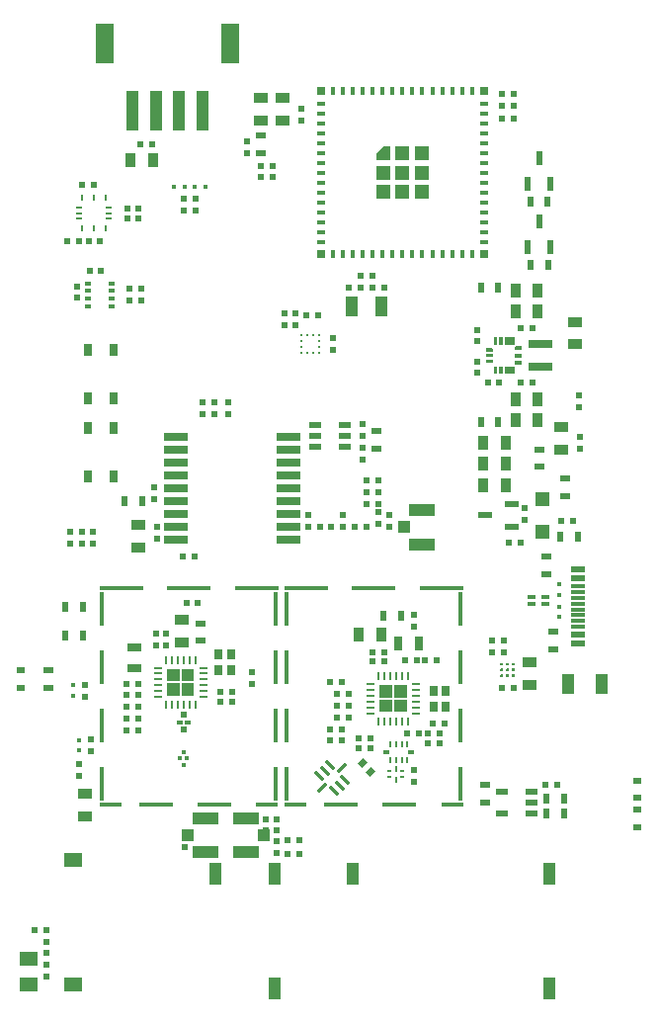
<source format=gtp>
G04*
G04 #@! TF.GenerationSoftware,Altium Limited,Altium Designer,21.9.2 (33)*
G04*
G04 Layer_Color=8421504*
%FSLAX44Y44*%
%MOMM*%
G71*
G04*
G04 #@! TF.SameCoordinates,C1FE3FC6-A359-41CC-B4F4-00F3ECA3B637*
G04*
G04*
G04 #@! TF.FilePolarity,Positive*
G04*
G01*
G75*
%ADD21R,0.2500X0.5000*%
%ADD22R,0.5000X0.2500*%
%ADD23R,1.0000X1.8000*%
%ADD24R,1.0000X1.9500*%
%ADD25R,1.5000X1.2000*%
%ADD26R,1.1500X0.3000*%
%ADD27R,1.1500X0.6000*%
%ADD28R,0.6500X1.0500*%
%ADD29R,0.6000X0.5000*%
%ADD30R,1.0000X0.6000*%
%ADD31R,0.4000X0.3000*%
%ADD32R,1.2000X1.2000*%
%ADD33R,1.2000X1.2000*%
%ADD34R,2.0000X0.7000*%
%ADD35R,1.9000X0.4000*%
%ADD36R,2.9000X0.4000*%
%ADD37R,3.7000X0.4000*%
%ADD38R,0.4000X2.9000*%
%ADD39R,1.3000X0.9000*%
%ADD40R,0.9000X0.5000*%
%ADD41R,0.5000X0.6000*%
%ADD42O,0.8000X0.2500*%
%ADD43O,0.2500X0.8000*%
%ADD44R,0.4000X0.2000*%
%ADD45R,0.2000X0.6000*%
%ADD46R,0.7500X0.8500*%
G04:AMPARAMS|DCode=47|XSize=0.35mm|YSize=1mm|CornerRadius=0mm|HoleSize=0mm|Usage=FLASHONLY|Rotation=225.000|XOffset=0mm|YOffset=0mm|HoleType=Round|Shape=Rectangle|*
%AMROTATEDRECTD47*
4,1,4,-0.2298,0.4773,0.4773,-0.2298,0.2298,-0.4773,-0.4773,0.2298,-0.2298,0.4773,0.0*
%
%ADD47ROTATEDRECTD47*%

G04:AMPARAMS|DCode=48|XSize=0.35mm|YSize=1mm|CornerRadius=0mm|HoleSize=0mm|Usage=FLASHONLY|Rotation=315.000|XOffset=0mm|YOffset=0mm|HoleType=Round|Shape=Rectangle|*
%AMROTATEDRECTD48*
4,1,4,-0.4773,-0.2298,0.2298,0.4773,0.4773,0.2298,-0.2298,-0.4773,-0.4773,-0.2298,0.0*
%
%ADD48ROTATEDRECTD48*%

%ADD49R,0.5000X0.3500*%
%ADD50R,0.2750X0.2500*%
%ADD51R,0.2500X0.2750*%
%ADD52R,0.8000X0.5000*%
%ADD53R,2.0000X0.8000*%
%ADD54R,0.8000X1.2000*%
%ADD55R,0.6000X0.9000*%
%ADD56R,0.3000X0.4500*%
%ADD57R,0.4500X0.3000*%
%ADD58R,0.5500X0.5500*%
%ADD59R,0.5000X0.3000*%
%ADD60R,1.0000X3.5000*%
%ADD61R,1.5000X3.4000*%
%ADD62R,0.2500X0.5000*%
%ADD63R,0.6000X0.3000*%
%ADD64R,0.5000X0.5000*%
%ADD65R,0.8000X0.8000*%
%ADD66R,0.8000X0.4000*%
%ADD67R,0.4000X0.8000*%
%ADD68R,0.7000X0.3000*%
%ADD69R,2.2000X1.0500*%
%ADD70R,1.0500X1.0000*%
%ADD71R,0.9000X1.3000*%
%ADD72C,0.0254*%
%ADD73R,0.3000X0.4000*%
%ADD74R,0.5000X0.9000*%
%ADD75R,0.9000X0.6000*%
%ADD76R,0.6000X1.1500*%
%ADD77R,1.2000X0.8000*%
G04:AMPARAMS|DCode=78|XSize=0.5mm|YSize=0.6mm|CornerRadius=0mm|HoleSize=0mm|Usage=FLASHONLY|Rotation=135.000|XOffset=0mm|YOffset=0mm|HoleType=Round|Shape=Rectangle|*
%AMROTATEDRECTD78*
4,1,4,0.3889,0.0354,-0.0354,-0.3889,-0.3889,-0.0354,0.0354,0.3889,0.3889,0.0354,0.0*
%
%ADD78ROTATEDRECTD78*%

G36*
X57000Y321000D02*
X45000D01*
X45000Y327000D01*
X51000Y333000D01*
X57000D01*
Y321000D01*
D02*
G37*
G36*
X163500Y163830D02*
X162490Y163250D01*
X155500D01*
Y169500D01*
X163500D01*
Y163830D01*
D02*
G37*
G36*
X153500Y163250D02*
X150500D01*
Y169500D01*
X153500D01*
Y163250D01*
D02*
G37*
G36*
X148500D02*
X145500D01*
Y169500D01*
X148500D01*
Y163250D01*
D02*
G37*
G36*
X170000Y158750D02*
X163750D01*
Y161670D01*
X164760Y162250D01*
X170000D01*
Y158750D01*
D02*
G37*
G36*
X145250Y159150D02*
Y157500D01*
X139000D01*
Y160500D01*
X143900D01*
X145250Y159150D01*
D02*
G37*
G36*
Y152500D02*
X139000D01*
Y155500D01*
X145250D01*
Y152500D01*
D02*
G37*
G36*
X170000Y152250D02*
X163750D01*
Y155750D01*
X170000D01*
Y152250D01*
D02*
G37*
G36*
X145250Y147500D02*
X139000D01*
Y150500D01*
X145250D01*
Y147500D01*
D02*
G37*
G36*
X170000Y145750D02*
X164760D01*
X163750Y146330D01*
Y149250D01*
X170000D01*
Y145750D01*
D02*
G37*
G36*
X163500Y144170D02*
Y138500D01*
X155500D01*
Y144750D01*
X162490D01*
X163500Y144170D01*
D02*
G37*
G36*
X153500Y138500D02*
X150500D01*
Y144750D01*
X153500D01*
Y138500D01*
D02*
G37*
G36*
X148500D02*
X145500D01*
Y144750D01*
X148500D01*
Y138500D01*
D02*
G37*
G36*
X163316Y-109211D02*
X163342Y-109213D01*
X163368Y-109216D01*
X163394Y-109221D01*
X163419Y-109227D01*
X163445Y-109234D01*
X163469Y-109243D01*
X163493Y-109253D01*
X163517Y-109264D01*
X163540Y-109277D01*
X163562Y-109291D01*
X163584Y-109305D01*
X163605Y-109321D01*
X163625Y-109338D01*
X163644Y-109356D01*
X163662Y-109375D01*
X163679Y-109395D01*
X163695Y-109416D01*
X163709Y-109438D01*
X163723Y-109460D01*
X163736Y-109483D01*
X163747Y-109507D01*
X163757Y-109531D01*
X163766Y-109555D01*
X163773Y-109580D01*
X163779Y-109606D01*
X163784Y-109632D01*
X163787Y-109658D01*
X163789Y-109684D01*
X163790Y-109710D01*
Y-111210D01*
X163789Y-111236D01*
X163787Y-111262D01*
X163784Y-111288D01*
X163779Y-111314D01*
X163773Y-111339D01*
X163766Y-111364D01*
X163757Y-111389D01*
X163747Y-111413D01*
X163736Y-111437D01*
X163723Y-111460D01*
X163709Y-111482D01*
X163695Y-111504D01*
X163679Y-111524D01*
X163662Y-111545D01*
X163644Y-111564D01*
X163625Y-111581D01*
X163605Y-111599D01*
X163584Y-111614D01*
X163562Y-111629D01*
X163540Y-111643D01*
X163517Y-111655D01*
X163493Y-111667D01*
X163469Y-111677D01*
X163445Y-111685D01*
X163419Y-111693D01*
X163394Y-111699D01*
X163368Y-111704D01*
X163342Y-111707D01*
X163316Y-111709D01*
X163290Y-111710D01*
X161790D01*
X161764Y-111709D01*
X161738Y-111707D01*
X161712Y-111704D01*
X161686Y-111699D01*
X161661Y-111693D01*
X161636Y-111685D01*
X161611Y-111677D01*
X161587Y-111667D01*
X161563Y-111655D01*
X161540Y-111643D01*
X161518Y-111629D01*
X161496Y-111614D01*
X161475Y-111599D01*
X161455Y-111581D01*
X161437Y-111564D01*
X161418Y-111545D01*
X161402Y-111524D01*
X161386Y-111504D01*
X161371Y-111482D01*
X161357Y-111460D01*
X161345Y-111437D01*
X161333Y-111413D01*
X161323Y-111389D01*
X161315Y-111364D01*
X161307Y-111339D01*
X161301Y-111314D01*
X161296Y-111288D01*
X161293Y-111262D01*
X161291Y-111236D01*
X161290Y-111210D01*
Y-109710D01*
X161291Y-109684D01*
X161293Y-109658D01*
X161296Y-109632D01*
X161301Y-109606D01*
X161307Y-109580D01*
X161315Y-109555D01*
X161323Y-109531D01*
X161333Y-109507D01*
X161345Y-109483D01*
X161357Y-109460D01*
X161371Y-109438D01*
X161386Y-109416D01*
X161402Y-109395D01*
X161418Y-109375D01*
X161437Y-109356D01*
X161455Y-109338D01*
X161475Y-109321D01*
X161496Y-109305D01*
X161518Y-109291D01*
X161540Y-109277D01*
X161563Y-109264D01*
X161587Y-109253D01*
X161611Y-109243D01*
X161636Y-109234D01*
X161661Y-109227D01*
X161686Y-109221D01*
X161712Y-109216D01*
X161738Y-109213D01*
X161764Y-109211D01*
X161790Y-109210D01*
X163290D01*
X163316Y-109211D01*
D02*
G37*
G36*
X158316D02*
X158342Y-109213D01*
X158368Y-109216D01*
X158394Y-109221D01*
X158420Y-109227D01*
X158445Y-109234D01*
X158469Y-109243D01*
X158493Y-109253D01*
X158517Y-109264D01*
X158540Y-109277D01*
X158562Y-109291D01*
X158584Y-109305D01*
X158605Y-109321D01*
X158625Y-109338D01*
X158644Y-109356D01*
X158662Y-109375D01*
X158679Y-109395D01*
X158695Y-109416D01*
X158709Y-109438D01*
X158723Y-109460D01*
X158736Y-109483D01*
X158747Y-109507D01*
X158757Y-109531D01*
X158766Y-109555D01*
X158773Y-109580D01*
X158779Y-109606D01*
X158784Y-109632D01*
X158787Y-109658D01*
X158789Y-109684D01*
X158790Y-109710D01*
Y-111210D01*
X158789Y-111236D01*
X158787Y-111262D01*
X158784Y-111288D01*
X158779Y-111314D01*
X158773Y-111339D01*
X158766Y-111364D01*
X158757Y-111389D01*
X158747Y-111413D01*
X158736Y-111437D01*
X158723Y-111460D01*
X158709Y-111482D01*
X158695Y-111504D01*
X158679Y-111524D01*
X158662Y-111545D01*
X158644Y-111564D01*
X158625Y-111581D01*
X158605Y-111599D01*
X158584Y-111614D01*
X158562Y-111629D01*
X158540Y-111643D01*
X158517Y-111655D01*
X158493Y-111667D01*
X158469Y-111677D01*
X158445Y-111685D01*
X158420Y-111693D01*
X158394Y-111699D01*
X158368Y-111704D01*
X158342Y-111707D01*
X158316Y-111709D01*
X158290Y-111710D01*
X156790D01*
X156764Y-111709D01*
X156738Y-111707D01*
X156712Y-111704D01*
X156686Y-111699D01*
X156661Y-111693D01*
X156636Y-111685D01*
X156611Y-111677D01*
X156587Y-111667D01*
X156563Y-111655D01*
X156540Y-111643D01*
X156518Y-111629D01*
X156496Y-111614D01*
X156475Y-111599D01*
X156455Y-111581D01*
X156437Y-111564D01*
X156419Y-111545D01*
X156402Y-111524D01*
X156386Y-111504D01*
X156371Y-111482D01*
X156357Y-111460D01*
X156345Y-111437D01*
X156333Y-111413D01*
X156323Y-111389D01*
X156315Y-111364D01*
X156307Y-111339D01*
X156301Y-111314D01*
X156296Y-111288D01*
X156293Y-111262D01*
X156291Y-111236D01*
X156290Y-111210D01*
Y-109710D01*
X156291Y-109684D01*
X156293Y-109658D01*
X156296Y-109632D01*
X156301Y-109606D01*
X156307Y-109580D01*
X156315Y-109555D01*
X156323Y-109531D01*
X156333Y-109507D01*
X156345Y-109483D01*
X156357Y-109460D01*
X156371Y-109438D01*
X156386Y-109416D01*
X156402Y-109395D01*
X156419Y-109375D01*
X156437Y-109356D01*
X156455Y-109338D01*
X156475Y-109321D01*
X156496Y-109305D01*
X156518Y-109291D01*
X156540Y-109277D01*
X156563Y-109264D01*
X156587Y-109253D01*
X156611Y-109243D01*
X156636Y-109234D01*
X156661Y-109227D01*
X156686Y-109221D01*
X156712Y-109216D01*
X156738Y-109213D01*
X156764Y-109211D01*
X156790Y-109210D01*
X158290D01*
X158316Y-109211D01*
D02*
G37*
G36*
X153316D02*
X153342Y-109213D01*
X153368Y-109216D01*
X153394Y-109221D01*
X153420Y-109227D01*
X153445Y-109234D01*
X153469Y-109243D01*
X153493Y-109253D01*
X153517Y-109264D01*
X153540Y-109277D01*
X153562Y-109291D01*
X153584Y-109305D01*
X153605Y-109321D01*
X153625Y-109338D01*
X153644Y-109356D01*
X153662Y-109375D01*
X153679Y-109395D01*
X153695Y-109416D01*
X153709Y-109438D01*
X153723Y-109460D01*
X153736Y-109483D01*
X153747Y-109507D01*
X153757Y-109531D01*
X153766Y-109555D01*
X153773Y-109580D01*
X153779Y-109606D01*
X153784Y-109632D01*
X153787Y-109658D01*
X153789Y-109684D01*
X153790Y-109710D01*
Y-111210D01*
X153789Y-111236D01*
X153787Y-111262D01*
X153784Y-111288D01*
X153779Y-111314D01*
X153773Y-111339D01*
X153766Y-111364D01*
X153757Y-111389D01*
X153747Y-111413D01*
X153736Y-111437D01*
X153723Y-111460D01*
X153709Y-111482D01*
X153695Y-111504D01*
X153679Y-111524D01*
X153662Y-111545D01*
X153644Y-111564D01*
X153625Y-111581D01*
X153605Y-111599D01*
X153584Y-111614D01*
X153562Y-111629D01*
X153540Y-111643D01*
X153517Y-111655D01*
X153493Y-111667D01*
X153469Y-111677D01*
X153445Y-111685D01*
X153420Y-111693D01*
X153394Y-111699D01*
X153368Y-111704D01*
X153342Y-111707D01*
X153316Y-111709D01*
X153290Y-111710D01*
X151790D01*
X151764Y-111709D01*
X151738Y-111707D01*
X151712Y-111704D01*
X151686Y-111699D01*
X151661Y-111693D01*
X151636Y-111685D01*
X151611Y-111677D01*
X151587Y-111667D01*
X151563Y-111655D01*
X151540Y-111643D01*
X151518Y-111629D01*
X151496Y-111614D01*
X151475Y-111599D01*
X151455Y-111581D01*
X151437Y-111564D01*
X151419Y-111545D01*
X151402Y-111524D01*
X151386Y-111504D01*
X151371Y-111482D01*
X151357Y-111460D01*
X151345Y-111437D01*
X151333Y-111413D01*
X151323Y-111389D01*
X151315Y-111364D01*
X151307Y-111339D01*
X151301Y-111314D01*
X151296Y-111288D01*
X151293Y-111262D01*
X151291Y-111236D01*
X151290Y-111210D01*
Y-109710D01*
X151291Y-109684D01*
X151293Y-109658D01*
X151296Y-109632D01*
X151301Y-109606D01*
X151307Y-109580D01*
X151315Y-109555D01*
X151323Y-109531D01*
X151333Y-109507D01*
X151345Y-109483D01*
X151357Y-109460D01*
X151371Y-109438D01*
X151386Y-109416D01*
X151402Y-109395D01*
X151419Y-109375D01*
X151437Y-109356D01*
X151455Y-109338D01*
X151475Y-109321D01*
X151496Y-109305D01*
X151518Y-109291D01*
X151540Y-109277D01*
X151563Y-109264D01*
X151587Y-109253D01*
X151611Y-109243D01*
X151636Y-109234D01*
X151661Y-109227D01*
X151686Y-109221D01*
X151712Y-109216D01*
X151738Y-109213D01*
X151764Y-109211D01*
X151790Y-109210D01*
X153290D01*
X153316Y-109211D01*
D02*
G37*
G36*
X163316Y-114211D02*
X163342Y-114213D01*
X163368Y-114216D01*
X163394Y-114221D01*
X163419Y-114227D01*
X163445Y-114234D01*
X163469Y-114243D01*
X163493Y-114253D01*
X163517Y-114264D01*
X163540Y-114277D01*
X163562Y-114291D01*
X163584Y-114305D01*
X163605Y-114321D01*
X163625Y-114338D01*
X163644Y-114356D01*
X163662Y-114375D01*
X163679Y-114395D01*
X163695Y-114416D01*
X163709Y-114438D01*
X163723Y-114460D01*
X163736Y-114483D01*
X163747Y-114507D01*
X163757Y-114531D01*
X163766Y-114555D01*
X163773Y-114580D01*
X163779Y-114606D01*
X163784Y-114632D01*
X163787Y-114658D01*
X163789Y-114684D01*
X163790Y-114710D01*
Y-116210D01*
X163789Y-116236D01*
X163787Y-116262D01*
X163784Y-116288D01*
X163779Y-116314D01*
X163773Y-116339D01*
X163766Y-116364D01*
X163757Y-116389D01*
X163747Y-116413D01*
X163736Y-116437D01*
X163723Y-116460D01*
X163709Y-116482D01*
X163695Y-116504D01*
X163679Y-116525D01*
X163662Y-116544D01*
X163644Y-116563D01*
X163625Y-116581D01*
X163605Y-116599D01*
X163584Y-116614D01*
X163562Y-116629D01*
X163540Y-116643D01*
X163517Y-116655D01*
X163493Y-116667D01*
X163469Y-116677D01*
X163445Y-116685D01*
X163419Y-116693D01*
X163394Y-116699D01*
X163368Y-116704D01*
X163342Y-116707D01*
X163316Y-116709D01*
X163290Y-116710D01*
X161790D01*
X161764Y-116709D01*
X161738Y-116707D01*
X161712Y-116704D01*
X161686Y-116699D01*
X161661Y-116693D01*
X161636Y-116685D01*
X161611Y-116677D01*
X161587Y-116667D01*
X161563Y-116655D01*
X161540Y-116643D01*
X161518Y-116629D01*
X161496Y-116614D01*
X161475Y-116599D01*
X161455Y-116581D01*
X161437Y-116563D01*
X161418Y-116544D01*
X161402Y-116525D01*
X161386Y-116504D01*
X161371Y-116482D01*
X161357Y-116460D01*
X161345Y-116437D01*
X161333Y-116413D01*
X161323Y-116389D01*
X161315Y-116364D01*
X161307Y-116339D01*
X161301Y-116314D01*
X161296Y-116288D01*
X161293Y-116262D01*
X161291Y-116236D01*
X161290Y-116210D01*
Y-114710D01*
X161291Y-114684D01*
X161293Y-114658D01*
X161296Y-114632D01*
X161301Y-114606D01*
X161307Y-114580D01*
X161315Y-114555D01*
X161323Y-114531D01*
X161333Y-114507D01*
X161345Y-114483D01*
X161357Y-114460D01*
X161371Y-114438D01*
X161386Y-114416D01*
X161402Y-114395D01*
X161418Y-114375D01*
X161437Y-114356D01*
X161455Y-114338D01*
X161475Y-114321D01*
X161496Y-114305D01*
X161518Y-114291D01*
X161540Y-114277D01*
X161563Y-114264D01*
X161587Y-114253D01*
X161611Y-114243D01*
X161636Y-114234D01*
X161661Y-114227D01*
X161686Y-114221D01*
X161712Y-114216D01*
X161738Y-114213D01*
X161764Y-114211D01*
X161790Y-114210D01*
X163290D01*
X163316Y-114211D01*
D02*
G37*
G36*
X158316D02*
X158342Y-114213D01*
X158368Y-114216D01*
X158394Y-114221D01*
X158420Y-114227D01*
X158445Y-114234D01*
X158469Y-114243D01*
X158493Y-114253D01*
X158517Y-114264D01*
X158540Y-114277D01*
X158562Y-114291D01*
X158584Y-114305D01*
X158605Y-114321D01*
X158625Y-114338D01*
X158644Y-114356D01*
X158662Y-114375D01*
X158679Y-114395D01*
X158695Y-114416D01*
X158709Y-114438D01*
X158723Y-114460D01*
X158736Y-114483D01*
X158747Y-114507D01*
X158757Y-114531D01*
X158766Y-114555D01*
X158773Y-114580D01*
X158779Y-114606D01*
X158784Y-114632D01*
X158787Y-114658D01*
X158789Y-114684D01*
X158790Y-114710D01*
Y-116210D01*
X158789Y-116236D01*
X158787Y-116262D01*
X158784Y-116288D01*
X158779Y-116314D01*
X158773Y-116339D01*
X158766Y-116364D01*
X158757Y-116389D01*
X158747Y-116413D01*
X158736Y-116437D01*
X158723Y-116460D01*
X158709Y-116482D01*
X158695Y-116504D01*
X158679Y-116525D01*
X158662Y-116544D01*
X158644Y-116563D01*
X158625Y-116581D01*
X158605Y-116599D01*
X158584Y-116614D01*
X158562Y-116629D01*
X158540Y-116643D01*
X158517Y-116655D01*
X158493Y-116667D01*
X158469Y-116677D01*
X158445Y-116685D01*
X158420Y-116693D01*
X158394Y-116699D01*
X158368Y-116704D01*
X158342Y-116707D01*
X158316Y-116709D01*
X158290Y-116710D01*
X156790D01*
X156764Y-116709D01*
X156738Y-116707D01*
X156712Y-116704D01*
X156686Y-116699D01*
X156661Y-116693D01*
X156636Y-116685D01*
X156611Y-116677D01*
X156587Y-116667D01*
X156563Y-116655D01*
X156540Y-116643D01*
X156518Y-116629D01*
X156496Y-116614D01*
X156475Y-116599D01*
X156455Y-116581D01*
X156437Y-116563D01*
X156419Y-116544D01*
X156402Y-116525D01*
X156386Y-116504D01*
X156371Y-116482D01*
X156357Y-116460D01*
X156345Y-116437D01*
X156333Y-116413D01*
X156323Y-116389D01*
X156315Y-116364D01*
X156307Y-116339D01*
X156301Y-116314D01*
X156296Y-116288D01*
X156293Y-116262D01*
X156291Y-116236D01*
X156290Y-116210D01*
Y-114710D01*
X156291Y-114684D01*
X156293Y-114658D01*
X156296Y-114632D01*
X156301Y-114606D01*
X156307Y-114580D01*
X156315Y-114555D01*
X156323Y-114531D01*
X156333Y-114507D01*
X156345Y-114483D01*
X156357Y-114460D01*
X156371Y-114438D01*
X156386Y-114416D01*
X156402Y-114395D01*
X156419Y-114375D01*
X156437Y-114356D01*
X156455Y-114338D01*
X156475Y-114321D01*
X156496Y-114305D01*
X156518Y-114291D01*
X156540Y-114277D01*
X156563Y-114264D01*
X156587Y-114253D01*
X156611Y-114243D01*
X156636Y-114234D01*
X156661Y-114227D01*
X156686Y-114221D01*
X156712Y-114216D01*
X156738Y-114213D01*
X156764Y-114211D01*
X156790Y-114210D01*
X158290D01*
X158316Y-114211D01*
D02*
G37*
G36*
X153316D02*
X153342Y-114213D01*
X153368Y-114216D01*
X153394Y-114221D01*
X153420Y-114227D01*
X153445Y-114234D01*
X153469Y-114243D01*
X153493Y-114253D01*
X153517Y-114264D01*
X153540Y-114277D01*
X153562Y-114291D01*
X153584Y-114305D01*
X153605Y-114321D01*
X153625Y-114338D01*
X153644Y-114356D01*
X153662Y-114375D01*
X153679Y-114395D01*
X153695Y-114416D01*
X153709Y-114438D01*
X153723Y-114460D01*
X153736Y-114483D01*
X153747Y-114507D01*
X153757Y-114531D01*
X153766Y-114555D01*
X153773Y-114580D01*
X153779Y-114606D01*
X153784Y-114632D01*
X153787Y-114658D01*
X153789Y-114684D01*
X153790Y-114710D01*
Y-116210D01*
X153789Y-116236D01*
X153787Y-116262D01*
X153784Y-116288D01*
X153779Y-116314D01*
X153773Y-116339D01*
X153766Y-116364D01*
X153757Y-116389D01*
X153747Y-116413D01*
X153736Y-116437D01*
X153723Y-116460D01*
X153709Y-116482D01*
X153695Y-116504D01*
X153679Y-116525D01*
X153662Y-116544D01*
X153644Y-116563D01*
X153625Y-116581D01*
X153605Y-116599D01*
X153584Y-116614D01*
X153562Y-116629D01*
X153540Y-116643D01*
X153517Y-116655D01*
X153493Y-116667D01*
X153469Y-116677D01*
X153445Y-116685D01*
X153420Y-116693D01*
X153394Y-116699D01*
X153368Y-116704D01*
X153342Y-116707D01*
X153316Y-116709D01*
X153290Y-116710D01*
X151790D01*
X151764Y-116709D01*
X151738Y-116707D01*
X151712Y-116704D01*
X151686Y-116699D01*
X151661Y-116693D01*
X151636Y-116685D01*
X151611Y-116677D01*
X151587Y-116667D01*
X151563Y-116655D01*
X151540Y-116643D01*
X151518Y-116629D01*
X151496Y-116614D01*
X151475Y-116599D01*
X151455Y-116581D01*
X151437Y-116563D01*
X151419Y-116544D01*
X151402Y-116525D01*
X151386Y-116504D01*
X151371Y-116482D01*
X151357Y-116460D01*
X151345Y-116437D01*
X151333Y-116413D01*
X151323Y-116389D01*
X151315Y-116364D01*
X151307Y-116339D01*
X151301Y-116314D01*
X151296Y-116288D01*
X151293Y-116262D01*
X151291Y-116236D01*
X151290Y-116210D01*
Y-114710D01*
X151291Y-114684D01*
X151293Y-114658D01*
X151296Y-114632D01*
X151301Y-114606D01*
X151307Y-114580D01*
X151315Y-114555D01*
X151323Y-114531D01*
X151333Y-114507D01*
X151345Y-114483D01*
X151357Y-114460D01*
X151371Y-114438D01*
X151386Y-114416D01*
X151402Y-114395D01*
X151419Y-114375D01*
X151437Y-114356D01*
X151455Y-114338D01*
X151475Y-114321D01*
X151496Y-114305D01*
X151518Y-114291D01*
X151540Y-114277D01*
X151563Y-114264D01*
X151587Y-114253D01*
X151611Y-114243D01*
X151636Y-114234D01*
X151661Y-114227D01*
X151686Y-114221D01*
X151712Y-114216D01*
X151738Y-114213D01*
X151764Y-114211D01*
X151790Y-114210D01*
X153290D01*
X153316Y-114211D01*
D02*
G37*
G36*
X163316Y-119211D02*
X163342Y-119213D01*
X163368Y-119216D01*
X163394Y-119221D01*
X163419Y-119227D01*
X163445Y-119234D01*
X163469Y-119243D01*
X163493Y-119253D01*
X163517Y-119264D01*
X163540Y-119277D01*
X163562Y-119291D01*
X163584Y-119305D01*
X163605Y-119321D01*
X163625Y-119338D01*
X163644Y-119356D01*
X163662Y-119375D01*
X163679Y-119395D01*
X163695Y-119416D01*
X163709Y-119438D01*
X163723Y-119460D01*
X163736Y-119483D01*
X163747Y-119507D01*
X163757Y-119531D01*
X163766Y-119555D01*
X163773Y-119580D01*
X163779Y-119606D01*
X163784Y-119632D01*
X163787Y-119658D01*
X163789Y-119684D01*
X163790Y-119710D01*
Y-121210D01*
X163789Y-121236D01*
X163787Y-121262D01*
X163784Y-121288D01*
X163779Y-121314D01*
X163773Y-121339D01*
X163766Y-121364D01*
X163757Y-121389D01*
X163747Y-121413D01*
X163736Y-121437D01*
X163723Y-121460D01*
X163709Y-121482D01*
X163695Y-121504D01*
X163679Y-121524D01*
X163662Y-121545D01*
X163644Y-121563D01*
X163625Y-121581D01*
X163605Y-121599D01*
X163584Y-121614D01*
X163562Y-121629D01*
X163540Y-121643D01*
X163517Y-121655D01*
X163493Y-121667D01*
X163469Y-121677D01*
X163445Y-121685D01*
X163419Y-121693D01*
X163394Y-121699D01*
X163368Y-121704D01*
X163342Y-121707D01*
X163316Y-121709D01*
X163290Y-121710D01*
X161790D01*
X161764Y-121709D01*
X161738Y-121707D01*
X161712Y-121704D01*
X161686Y-121699D01*
X161661Y-121693D01*
X161636Y-121685D01*
X161611Y-121677D01*
X161587Y-121667D01*
X161563Y-121655D01*
X161540Y-121643D01*
X161518Y-121629D01*
X161496Y-121614D01*
X161475Y-121599D01*
X161455Y-121581D01*
X161437Y-121563D01*
X161418Y-121545D01*
X161402Y-121524D01*
X161386Y-121504D01*
X161371Y-121482D01*
X161357Y-121460D01*
X161345Y-121437D01*
X161333Y-121413D01*
X161323Y-121389D01*
X161315Y-121364D01*
X161307Y-121339D01*
X161301Y-121314D01*
X161296Y-121288D01*
X161293Y-121262D01*
X161291Y-121236D01*
X161290Y-121210D01*
Y-119710D01*
X161291Y-119684D01*
X161293Y-119658D01*
X161296Y-119632D01*
X161301Y-119606D01*
X161307Y-119580D01*
X161315Y-119555D01*
X161323Y-119531D01*
X161333Y-119507D01*
X161345Y-119483D01*
X161357Y-119460D01*
X161371Y-119438D01*
X161386Y-119416D01*
X161402Y-119395D01*
X161418Y-119375D01*
X161437Y-119356D01*
X161455Y-119338D01*
X161475Y-119321D01*
X161496Y-119305D01*
X161518Y-119291D01*
X161540Y-119277D01*
X161563Y-119264D01*
X161587Y-119253D01*
X161611Y-119243D01*
X161636Y-119234D01*
X161661Y-119227D01*
X161686Y-119221D01*
X161712Y-119216D01*
X161738Y-119213D01*
X161764Y-119211D01*
X161790Y-119210D01*
X163290D01*
X163316Y-119211D01*
D02*
G37*
G36*
X158316D02*
X158342Y-119213D01*
X158368Y-119216D01*
X158394Y-119221D01*
X158420Y-119227D01*
X158445Y-119234D01*
X158469Y-119243D01*
X158493Y-119253D01*
X158517Y-119264D01*
X158540Y-119277D01*
X158562Y-119291D01*
X158584Y-119305D01*
X158605Y-119321D01*
X158625Y-119338D01*
X158644Y-119356D01*
X158662Y-119375D01*
X158679Y-119395D01*
X158695Y-119416D01*
X158709Y-119438D01*
X158723Y-119460D01*
X158736Y-119483D01*
X158747Y-119507D01*
X158757Y-119531D01*
X158766Y-119555D01*
X158773Y-119580D01*
X158779Y-119606D01*
X158784Y-119632D01*
X158787Y-119658D01*
X158789Y-119684D01*
X158790Y-119710D01*
Y-121210D01*
X158789Y-121236D01*
X158787Y-121262D01*
X158784Y-121288D01*
X158779Y-121314D01*
X158773Y-121339D01*
X158766Y-121364D01*
X158757Y-121389D01*
X158747Y-121413D01*
X158736Y-121437D01*
X158723Y-121460D01*
X158709Y-121482D01*
X158695Y-121504D01*
X158679Y-121524D01*
X158662Y-121545D01*
X158644Y-121563D01*
X158625Y-121581D01*
X158605Y-121599D01*
X158584Y-121614D01*
X158562Y-121629D01*
X158540Y-121643D01*
X158517Y-121655D01*
X158493Y-121667D01*
X158469Y-121677D01*
X158445Y-121685D01*
X158420Y-121693D01*
X158394Y-121699D01*
X158368Y-121704D01*
X158342Y-121707D01*
X158316Y-121709D01*
X158290Y-121710D01*
X156790D01*
X156764Y-121709D01*
X156738Y-121707D01*
X156712Y-121704D01*
X156686Y-121699D01*
X156661Y-121693D01*
X156636Y-121685D01*
X156611Y-121677D01*
X156587Y-121667D01*
X156563Y-121655D01*
X156540Y-121643D01*
X156518Y-121629D01*
X156496Y-121614D01*
X156475Y-121599D01*
X156455Y-121581D01*
X156437Y-121563D01*
X156419Y-121545D01*
X156402Y-121524D01*
X156386Y-121504D01*
X156371Y-121482D01*
X156357Y-121460D01*
X156345Y-121437D01*
X156333Y-121413D01*
X156323Y-121389D01*
X156315Y-121364D01*
X156307Y-121339D01*
X156301Y-121314D01*
X156296Y-121288D01*
X156293Y-121262D01*
X156291Y-121236D01*
X156290Y-121210D01*
Y-119710D01*
X156291Y-119684D01*
X156293Y-119658D01*
X156296Y-119632D01*
X156301Y-119606D01*
X156307Y-119580D01*
X156315Y-119555D01*
X156323Y-119531D01*
X156333Y-119507D01*
X156345Y-119483D01*
X156357Y-119460D01*
X156371Y-119438D01*
X156386Y-119416D01*
X156402Y-119395D01*
X156419Y-119375D01*
X156437Y-119356D01*
X156455Y-119338D01*
X156475Y-119321D01*
X156496Y-119305D01*
X156518Y-119291D01*
X156540Y-119277D01*
X156563Y-119264D01*
X156587Y-119253D01*
X156611Y-119243D01*
X156636Y-119234D01*
X156661Y-119227D01*
X156686Y-119221D01*
X156712Y-119216D01*
X156738Y-119213D01*
X156764Y-119211D01*
X156790Y-119210D01*
X158290D01*
X158316Y-119211D01*
D02*
G37*
G36*
X153316D02*
X153342Y-119213D01*
X153368Y-119216D01*
X153394Y-119221D01*
X153420Y-119227D01*
X153445Y-119234D01*
X153469Y-119243D01*
X153493Y-119253D01*
X153517Y-119264D01*
X153540Y-119277D01*
X153562Y-119291D01*
X153584Y-119305D01*
X153605Y-119321D01*
X153625Y-119338D01*
X153644Y-119356D01*
X153662Y-119375D01*
X153679Y-119395D01*
X153695Y-119416D01*
X153709Y-119438D01*
X153723Y-119460D01*
X153736Y-119483D01*
X153747Y-119507D01*
X153757Y-119531D01*
X153766Y-119555D01*
X153773Y-119580D01*
X153779Y-119606D01*
X153784Y-119632D01*
X153787Y-119658D01*
X153789Y-119684D01*
X153790Y-119710D01*
Y-121210D01*
X153789Y-121236D01*
X153787Y-121262D01*
X153784Y-121288D01*
X153779Y-121314D01*
X153773Y-121339D01*
X153766Y-121364D01*
X153757Y-121389D01*
X153747Y-121413D01*
X153736Y-121437D01*
X153723Y-121460D01*
X153709Y-121482D01*
X153695Y-121504D01*
X153679Y-121524D01*
X153662Y-121545D01*
X153644Y-121563D01*
X153625Y-121581D01*
X153605Y-121599D01*
X153584Y-121614D01*
X153562Y-121629D01*
X153540Y-121643D01*
X153517Y-121655D01*
X153493Y-121667D01*
X153469Y-121677D01*
X153445Y-121685D01*
X153420Y-121693D01*
X153394Y-121699D01*
X153368Y-121704D01*
X153342Y-121707D01*
X153316Y-121709D01*
X153290Y-121710D01*
X151790D01*
X151764Y-121709D01*
X151738Y-121707D01*
X151712Y-121704D01*
X151686Y-121699D01*
X151661Y-121693D01*
X151636Y-121685D01*
X151611Y-121677D01*
X151587Y-121667D01*
X151563Y-121655D01*
X151540Y-121643D01*
X151518Y-121629D01*
X151496Y-121614D01*
X151475Y-121599D01*
X151455Y-121581D01*
X151437Y-121563D01*
X151419Y-121545D01*
X151402Y-121524D01*
X151386Y-121504D01*
X151371Y-121482D01*
X151357Y-121460D01*
X151345Y-121437D01*
X151333Y-121413D01*
X151323Y-121389D01*
X151315Y-121364D01*
X151307Y-121339D01*
X151301Y-121314D01*
X151296Y-121288D01*
X151293Y-121262D01*
X151291Y-121236D01*
X151290Y-121210D01*
Y-119710D01*
X151291Y-119684D01*
X151293Y-119658D01*
X151296Y-119632D01*
X151301Y-119606D01*
X151307Y-119580D01*
X151315Y-119555D01*
X151323Y-119531D01*
X151333Y-119507D01*
X151345Y-119483D01*
X151357Y-119460D01*
X151371Y-119438D01*
X151386Y-119416D01*
X151402Y-119395D01*
X151419Y-119375D01*
X151437Y-119356D01*
X151455Y-119338D01*
X151475Y-119321D01*
X151496Y-119305D01*
X151518Y-119291D01*
X151540Y-119277D01*
X151563Y-119264D01*
X151587Y-119253D01*
X151611Y-119243D01*
X151636Y-119234D01*
X151661Y-119227D01*
X151686Y-119221D01*
X151712Y-119216D01*
X151738Y-119213D01*
X151764Y-119211D01*
X151790Y-119210D01*
X153290D01*
X153316Y-119211D01*
D02*
G37*
G36*
X-111187Y-125251D02*
X-121937D01*
Y-114501D01*
X-111187D01*
X-111187Y-125251D01*
D02*
G37*
G36*
X-123437D02*
X-134187D01*
X-134187Y-114501D01*
X-123437D01*
Y-125251D01*
D02*
G37*
G36*
X-111187Y-137501D02*
X-121937D01*
Y-126751D01*
X-111187D01*
X-111187Y-137501D01*
D02*
G37*
G36*
X-123437D02*
X-134187D01*
X-134187Y-126751D01*
X-123437D01*
Y-137501D01*
D02*
G37*
G36*
X71000Y-139250D02*
X60250D01*
Y-128500D01*
X71000D01*
X71000Y-139250D01*
D02*
G37*
G36*
X58750D02*
X48000D01*
X48000Y-128500D01*
X58750D01*
Y-139250D01*
D02*
G37*
G36*
X71000Y-151500D02*
X60250D01*
Y-140750D01*
X71000D01*
X71000Y-151500D01*
D02*
G37*
G36*
X58750D02*
X48000D01*
X48000Y-140750D01*
X58750D01*
Y-151500D01*
D02*
G37*
G54D21*
X-206964Y263000D02*
D03*
X-186964D02*
D03*
Y289000D02*
D03*
X-206964D02*
D03*
X-196964Y263000D02*
D03*
Y289000D02*
D03*
G54D22*
X-209964Y271000D02*
D03*
Y281000D02*
D03*
X-183964Y271000D02*
D03*
Y281000D02*
D03*
Y276000D02*
D03*
X-209964D02*
D03*
G54D23*
X49000Y196000D02*
D03*
X24000D02*
D03*
X209500Y-127000D02*
D03*
X238500D02*
D03*
G54D24*
X-93000Y-290000D02*
D03*
X-42000D02*
D03*
Y-388000D02*
D03*
X193000D02*
D03*
Y-290000D02*
D03*
X25000D02*
D03*
G54D25*
X-252500Y-385000D02*
D03*
Y-363000D02*
D03*
X-215200Y-385000D02*
D03*
Y-278000D02*
D03*
G54D26*
X218100Y-78500D02*
D03*
Y-73500D02*
D03*
Y-68500D02*
D03*
Y-63500D02*
D03*
Y-58500D02*
D03*
Y-53500D02*
D03*
Y-48500D02*
D03*
Y-43500D02*
D03*
G54D27*
Y-85000D02*
D03*
Y-37000D02*
D03*
Y-93000D02*
D03*
Y-29000D02*
D03*
X138250Y17000D02*
D03*
X160750Y26500D02*
D03*
Y7500D02*
D03*
G54D28*
X-201750Y50250D02*
D03*
X-180250D02*
D03*
Y91750D02*
D03*
X-201750D02*
D03*
Y117250D02*
D03*
X-180250D02*
D03*
Y158750D02*
D03*
X-201750D02*
D03*
G54D29*
X56500Y7000D02*
D03*
Y17000D02*
D03*
X46500Y9523D02*
D03*
Y19523D02*
D03*
X-211750Y203250D02*
D03*
Y213250D02*
D03*
X-145428Y31021D02*
D03*
Y41021D02*
D03*
X-13500Y17000D02*
D03*
Y7000D02*
D03*
X218500Y120000D02*
D03*
Y110000D02*
D03*
X219500Y84000D02*
D03*
Y74000D02*
D03*
X8000Y169000D02*
D03*
Y159000D02*
D03*
X-19500Y365000D02*
D03*
Y355000D02*
D03*
X-66000Y327000D02*
D03*
Y337000D02*
D03*
X152500Y378000D02*
D03*
Y368000D02*
D03*
X16500Y7000D02*
D03*
Y17000D02*
D03*
X-142500Y7000D02*
D03*
Y-3000D02*
D03*
X-204500Y-138000D02*
D03*
Y-128000D02*
D03*
X-199500Y-185000D02*
D03*
Y-175000D02*
D03*
X33500Y95000D02*
D03*
Y85000D02*
D03*
Y65000D02*
D03*
Y75000D02*
D03*
X162500Y378000D02*
D03*
Y368000D02*
D03*
X-207500Y3000D02*
D03*
Y-7000D02*
D03*
X-197500Y3000D02*
D03*
Y-7000D02*
D03*
X-217500Y3000D02*
D03*
Y-7000D02*
D03*
X-93500Y114000D02*
D03*
Y104000D02*
D03*
X-103500Y114000D02*
D03*
Y104000D02*
D03*
X-82000Y114000D02*
D03*
Y104000D02*
D03*
X-61687Y-117507D02*
D03*
Y-127507D02*
D03*
X-135562Y-94251D02*
D03*
Y-84251D02*
D03*
X-143562Y-84251D02*
D03*
Y-94251D02*
D03*
X-40000Y-272000D02*
D03*
Y-262000D02*
D03*
X-119000Y-257000D02*
D03*
Y-267000D02*
D03*
X77500Y-68000D02*
D03*
Y-78000D02*
D03*
X77500Y-211000D02*
D03*
Y-201000D02*
D03*
X-237500Y-368000D02*
D03*
Y-378000D02*
D03*
Y-348000D02*
D03*
Y-358000D02*
D03*
X-40000Y-243000D02*
D03*
Y-253000D02*
D03*
X-24000Y190000D02*
D03*
Y180000D02*
D03*
X-34000Y190000D02*
D03*
Y180000D02*
D03*
X-209500Y-206000D02*
D03*
Y-196000D02*
D03*
X-109770Y288054D02*
D03*
Y278054D02*
D03*
X-119770Y288054D02*
D03*
Y278054D02*
D03*
X131500Y149000D02*
D03*
Y139000D02*
D03*
Y176000D02*
D03*
Y166000D02*
D03*
X172500Y13000D02*
D03*
Y23000D02*
D03*
G54D30*
X-6995Y94503D02*
D03*
Y85003D02*
D03*
Y75503D02*
D03*
X18005Y94503D02*
D03*
Y85003D02*
D03*
Y75503D02*
D03*
X178000Y-238500D02*
D03*
Y-229000D02*
D03*
Y-219500D02*
D03*
X153000Y-238500D02*
D03*
Y-219500D02*
D03*
G54D31*
X-110294Y298080D02*
D03*
X-101294D02*
D03*
X-119270Y298054D02*
D03*
X-128271D02*
D03*
G54D32*
X187500Y2700D02*
D03*
X51000Y310500D02*
D03*
X84000D02*
D03*
X67500D02*
D03*
G54D33*
X187500Y31300D02*
D03*
X84000Y327000D02*
D03*
X67500D02*
D03*
X51000Y294000D02*
D03*
X84000D02*
D03*
X67500D02*
D03*
G54D34*
X-127000Y-4000D02*
D03*
Y7000D02*
D03*
Y18000D02*
D03*
Y29000D02*
D03*
Y40000D02*
D03*
Y51000D02*
D03*
Y62000D02*
D03*
Y73000D02*
D03*
Y84000D02*
D03*
X-30000D02*
D03*
Y73000D02*
D03*
Y62000D02*
D03*
Y51000D02*
D03*
Y40000D02*
D03*
Y29000D02*
D03*
Y18000D02*
D03*
Y7000D02*
D03*
Y-4000D02*
D03*
G54D35*
X-24000Y-230500D02*
D03*
X110000D02*
D03*
X-182500D02*
D03*
X-48500D02*
D03*
G54D36*
X65000D02*
D03*
X15000D02*
D03*
X-93500D02*
D03*
X-143500D02*
D03*
G54D37*
X-15000Y-45500D02*
D03*
X43000D02*
D03*
X101000D02*
D03*
X-173500D02*
D03*
X-115500D02*
D03*
X-57500D02*
D03*
G54D38*
X117500Y-63000D02*
D03*
Y-113000D02*
D03*
Y-163000D02*
D03*
Y-213000D02*
D03*
X-31500D02*
D03*
Y-163000D02*
D03*
Y-113000D02*
D03*
Y-63000D02*
D03*
X-41000D02*
D03*
Y-113000D02*
D03*
Y-163000D02*
D03*
Y-213000D02*
D03*
X-190000D02*
D03*
Y-163000D02*
D03*
Y-113000D02*
D03*
Y-63000D02*
D03*
G54D39*
X176540Y-108960D02*
D03*
Y-127960D02*
D03*
X215500Y163500D02*
D03*
Y182500D02*
D03*
X203500Y92500D02*
D03*
Y73500D02*
D03*
X-35500Y374500D02*
D03*
Y355500D02*
D03*
X-53500Y374500D02*
D03*
Y355500D02*
D03*
X-158500Y-10500D02*
D03*
Y8500D02*
D03*
X-121687Y-72501D02*
D03*
Y-91501D02*
D03*
X-204500Y-240500D02*
D03*
Y-221500D02*
D03*
G54D40*
X-236000Y-115500D02*
D03*
Y-130500D02*
D03*
X206500Y48500D02*
D03*
Y33500D02*
D03*
X184500Y73500D02*
D03*
Y58500D02*
D03*
X138000Y-214000D02*
D03*
Y-229000D02*
D03*
X45500Y74500D02*
D03*
Y89500D02*
D03*
X197000Y-97500D02*
D03*
Y-82500D02*
D03*
X191000Y-18500D02*
D03*
Y-33500D02*
D03*
G54D41*
X-40000Y-253000D02*
D03*
X-50000D02*
D03*
X140500Y131000D02*
D03*
X150500D02*
D03*
X-54000Y307000D02*
D03*
X-44000D02*
D03*
X190000Y-214000D02*
D03*
X200000D02*
D03*
X-200750Y226250D02*
D03*
X-190750D02*
D03*
X203500Y12000D02*
D03*
X213500D02*
D03*
X-219967Y252004D02*
D03*
X-209967D02*
D03*
X-206967Y300004D02*
D03*
X-196967D02*
D03*
X31500Y212000D02*
D03*
X21500D02*
D03*
X41500D02*
D03*
X51500D02*
D03*
X-147000Y335000D02*
D03*
X-157000D02*
D03*
X-54000Y316000D02*
D03*
X-44000D02*
D03*
X-156500Y201000D02*
D03*
X-166500D02*
D03*
X152500Y357000D02*
D03*
X162500D02*
D03*
X-156500Y211000D02*
D03*
X-166500D02*
D03*
X-191500Y252000D02*
D03*
X-201500D02*
D03*
X-158500Y271000D02*
D03*
X-168500D02*
D03*
X168500Y-6000D02*
D03*
X158500D02*
D03*
X-158500Y280000D02*
D03*
X-168500D02*
D03*
X41500Y222000D02*
D03*
X31500D02*
D03*
X-3500Y7000D02*
D03*
X6500D02*
D03*
X-110500Y-18000D02*
D03*
X-120500D02*
D03*
X-5000Y188000D02*
D03*
X-15000D02*
D03*
X-168687Y-157001D02*
D03*
X-158687D02*
D03*
X-168687Y-147001D02*
D03*
X-158687D02*
D03*
X-168687Y-137001D02*
D03*
X-158687D02*
D03*
X-158687Y-167001D02*
D03*
X-168687D02*
D03*
X-107687Y-58001D02*
D03*
X-117687D02*
D03*
X-158687Y-127001D02*
D03*
X-168687D02*
D03*
X-88562Y-142251D02*
D03*
X-78562D02*
D03*
X-88562Y-134251D02*
D03*
X-78562D02*
D03*
X-21122Y-261063D02*
D03*
X-31122D02*
D03*
X-21019Y-272623D02*
D03*
X-31019D02*
D03*
X5500Y-126000D02*
D03*
X15500D02*
D03*
X11500Y-146000D02*
D03*
X21500D02*
D03*
X11500Y-156000D02*
D03*
X21500D02*
D03*
X5500Y-166000D02*
D03*
X15500D02*
D03*
X30250Y-174205D02*
D03*
X40250D02*
D03*
X40250Y-182205D02*
D03*
X30250D02*
D03*
X86500Y-107000D02*
D03*
X96500D02*
D03*
X81750Y-169750D02*
D03*
X71750D02*
D03*
X103500Y-161000D02*
D03*
X93500D02*
D03*
X69500Y-107000D02*
D03*
X79500D02*
D03*
X51500Y-108000D02*
D03*
X41500D02*
D03*
X41500Y-100000D02*
D03*
X51500D02*
D03*
X99000Y-170000D02*
D03*
X89000D02*
D03*
X89000Y-178000D02*
D03*
X99000D02*
D03*
X11500Y-136000D02*
D03*
X21500D02*
D03*
X-237500Y-338000D02*
D03*
X-247500D02*
D03*
X46500Y27000D02*
D03*
X36500D02*
D03*
X26500Y7000D02*
D03*
X36500D02*
D03*
X144040Y-90460D02*
D03*
X154040D02*
D03*
X154540Y-100460D02*
D03*
X144540D02*
D03*
X36500Y47000D02*
D03*
X46500D02*
D03*
X163000Y-131000D02*
D03*
X153000D02*
D03*
X168500Y131000D02*
D03*
X178500D02*
D03*
X168500Y177000D02*
D03*
X178500D02*
D03*
X36500Y37000D02*
D03*
X46500D02*
D03*
X5500Y-176000D02*
D03*
X15500D02*
D03*
X-40000Y-243000D02*
D03*
X-50000D02*
D03*
G54D42*
X78750Y-152500D02*
D03*
Y-147500D02*
D03*
Y-142500D02*
D03*
Y-137500D02*
D03*
Y-132500D02*
D03*
Y-127500D02*
D03*
X40250D02*
D03*
Y-132500D02*
D03*
Y-137500D02*
D03*
Y-142500D02*
D03*
Y-147500D02*
D03*
Y-152500D02*
D03*
X-103437Y-138501D02*
D03*
Y-133501D02*
D03*
Y-128501D02*
D03*
Y-123501D02*
D03*
Y-118501D02*
D03*
Y-113501D02*
D03*
X-141937D02*
D03*
Y-118501D02*
D03*
Y-123501D02*
D03*
Y-128501D02*
D03*
Y-133501D02*
D03*
Y-138501D02*
D03*
G54D43*
X72000Y-120750D02*
D03*
X67000D02*
D03*
X62000D02*
D03*
X57000D02*
D03*
X52000D02*
D03*
X47000D02*
D03*
Y-159250D02*
D03*
X52000D02*
D03*
X57000D02*
D03*
X62000D02*
D03*
X67000D02*
D03*
X72000D02*
D03*
X-110187Y-106751D02*
D03*
X-115187D02*
D03*
X-120187D02*
D03*
X-125187D02*
D03*
X-130187D02*
D03*
X-135187D02*
D03*
Y-145251D02*
D03*
X-130187D02*
D03*
X-125187D02*
D03*
X-120187D02*
D03*
X-115187D02*
D03*
X-110187D02*
D03*
G54D44*
X66950Y-207250D02*
D03*
X56550Y-202250D02*
D03*
X66950D02*
D03*
X56550Y-207250D02*
D03*
G54D45*
X61750Y-209150D02*
D03*
Y-200350D02*
D03*
G54D46*
X94250Y-146750D02*
D03*
X104750D02*
D03*
X94250Y-133250D02*
D03*
X104750D02*
D03*
X-89937Y-115751D02*
D03*
X-79437D02*
D03*
X-89937Y-102251D02*
D03*
X-79437D02*
D03*
G54D47*
X9018Y-218960D02*
D03*
X13614Y-214364D02*
D03*
X18210Y-209768D02*
D03*
X5482Y-197040D02*
D03*
X886Y-201636D02*
D03*
X-3710Y-206232D02*
D03*
G54D48*
X15559Y-199692D02*
D03*
X-1059Y-216308D02*
D03*
G54D49*
X-181750Y215750D02*
D03*
Y209250D02*
D03*
X-201750Y215750D02*
D03*
Y209250D02*
D03*
Y202750D02*
D03*
X-181750D02*
D03*
Y196250D02*
D03*
X-201750D02*
D03*
G54D50*
X-19130Y171500D02*
D03*
X-3870D02*
D03*
X-19130Y166500D02*
D03*
X-3870D02*
D03*
X-19130Y161500D02*
D03*
X-3870D02*
D03*
X-19130Y156500D02*
D03*
X-3870D02*
D03*
G54D51*
X-14000Y171500D02*
D03*
X-9000D02*
D03*
X-14000Y156500D02*
D03*
X-9000D02*
D03*
G54D52*
X-260000Y-115500D02*
D03*
Y-130500D02*
D03*
X269004Y-250250D02*
D03*
Y-235250D02*
D03*
Y-225088D02*
D03*
Y-210088D02*
D03*
G54D53*
X185500Y164000D02*
D03*
Y144000D02*
D03*
G54D54*
X81500Y-93000D02*
D03*
X63500D02*
D03*
G54D55*
X134500Y212000D02*
D03*
X149500D02*
D03*
X203000Y-1000D02*
D03*
X218000D02*
D03*
X51000Y-69000D02*
D03*
X66000D02*
D03*
X149502Y96890D02*
D03*
X134502D02*
D03*
G54D56*
X-120250Y-197000D02*
D03*
Y-185500D02*
D03*
G54D57*
X-123500Y-191250D02*
D03*
X-117000D02*
D03*
G54D58*
X-120250Y-166000D02*
D03*
Y-154000D02*
D03*
G54D59*
X-123750Y-160000D02*
D03*
X-116750D02*
D03*
G54D60*
X-104000Y363500D02*
D03*
X-124000D02*
D03*
X-164000D02*
D03*
X-144000D02*
D03*
G54D61*
X-187500Y421000D02*
D03*
X-80500D02*
D03*
G54D62*
X71750Y-179250D02*
D03*
X66750D02*
D03*
X61750D02*
D03*
X56750D02*
D03*
Y-192250D02*
D03*
X61750D02*
D03*
X66750D02*
D03*
X71750D02*
D03*
G54D63*
X53500Y-185750D02*
D03*
X75000D02*
D03*
G54D64*
X51000Y327000D02*
D03*
G54D65*
X137500Y380500D02*
D03*
X-2500D02*
D03*
Y240500D02*
D03*
X137500D02*
D03*
G54D66*
X-2500Y370000D02*
D03*
Y361500D02*
D03*
Y353000D02*
D03*
Y344500D02*
D03*
Y336000D02*
D03*
Y327500D02*
D03*
Y319000D02*
D03*
Y310500D02*
D03*
Y302000D02*
D03*
Y293500D02*
D03*
Y285000D02*
D03*
Y276500D02*
D03*
Y268000D02*
D03*
Y259500D02*
D03*
Y251000D02*
D03*
X137500D02*
D03*
Y259500D02*
D03*
Y268000D02*
D03*
Y276500D02*
D03*
Y285000D02*
D03*
Y293500D02*
D03*
Y302000D02*
D03*
Y310500D02*
D03*
Y319000D02*
D03*
Y327500D02*
D03*
Y336000D02*
D03*
Y344500D02*
D03*
Y353000D02*
D03*
Y361500D02*
D03*
Y370000D02*
D03*
G54D67*
X8000Y240500D02*
D03*
X127000Y380500D02*
D03*
X16500Y240500D02*
D03*
X25000D02*
D03*
X33500D02*
D03*
X42000D02*
D03*
X50500D02*
D03*
X59000D02*
D03*
X67500D02*
D03*
X76000D02*
D03*
X84500D02*
D03*
X93000D02*
D03*
X101500D02*
D03*
X110000D02*
D03*
X118500D02*
D03*
X127000D02*
D03*
X118500Y380500D02*
D03*
X110000D02*
D03*
X101500D02*
D03*
X93000D02*
D03*
X84500D02*
D03*
X76000D02*
D03*
X67500D02*
D03*
X59000D02*
D03*
X50500D02*
D03*
X42000D02*
D03*
X33500D02*
D03*
X25000D02*
D03*
X16500D02*
D03*
X8000D02*
D03*
G54D68*
X190250Y-58750D02*
D03*
Y-53250D02*
D03*
X177750D02*
D03*
Y-58750D02*
D03*
G54D69*
X-67000Y-242250D02*
D03*
Y-271750D02*
D03*
X83750Y-7750D02*
D03*
Y21750D02*
D03*
X-101628Y-271750D02*
D03*
Y-242250D02*
D03*
G54D70*
X-51750Y-257000D02*
D03*
X68500Y7000D02*
D03*
X-116878Y-257000D02*
D03*
G54D71*
X183250Y209625D02*
D03*
X164250D02*
D03*
X156000Y43000D02*
D03*
X137000D02*
D03*
X156000Y61000D02*
D03*
X137000D02*
D03*
X156000Y79000D02*
D03*
X137000D02*
D03*
X-165500Y321000D02*
D03*
X-146500D02*
D03*
X30000Y-85000D02*
D03*
X49000D02*
D03*
X183250Y98735D02*
D03*
X164250D02*
D03*
Y116735D02*
D03*
X183250D02*
D03*
Y191625D02*
D03*
X164250D02*
D03*
G54D72*
X159500Y166375D02*
D03*
X152000D02*
D03*
X147000D02*
D03*
X142125Y159000D02*
D03*
Y154000D02*
D03*
Y149000D02*
D03*
X147000Y141625D02*
D03*
X152000D02*
D03*
X166875Y147500D02*
D03*
Y154000D02*
D03*
Y160500D02*
D03*
X159500Y141625D02*
D03*
G54D73*
X202000Y-51000D02*
D03*
Y-42000D02*
D03*
Y-61000D02*
D03*
Y-70000D02*
D03*
X-214500Y-137500D02*
D03*
Y-128500D02*
D03*
X-209500Y-184500D02*
D03*
Y-175500D02*
D03*
G54D74*
X-170500Y29000D02*
D03*
X-155500D02*
D03*
X177000Y286000D02*
D03*
X192000D02*
D03*
X177400Y231600D02*
D03*
X192400D02*
D03*
X191000Y-238500D02*
D03*
X206000D02*
D03*
X191000Y-225500D02*
D03*
X206000D02*
D03*
X-221500Y-86000D02*
D03*
X-206500D02*
D03*
X-221500Y-61000D02*
D03*
X-206500D02*
D03*
G54D75*
X-54000Y342500D02*
D03*
Y327500D02*
D03*
X-105687Y-90501D02*
D03*
Y-75501D02*
D03*
G54D76*
X184500Y269250D02*
D03*
X194000Y246750D02*
D03*
X175000D02*
D03*
X184500Y323250D02*
D03*
X194000Y300750D02*
D03*
X175000D02*
D03*
G54D77*
X-162687Y-96001D02*
D03*
Y-114001D02*
D03*
G54D78*
X40036Y-202536D02*
D03*
X32964Y-195464D02*
D03*
M02*

</source>
